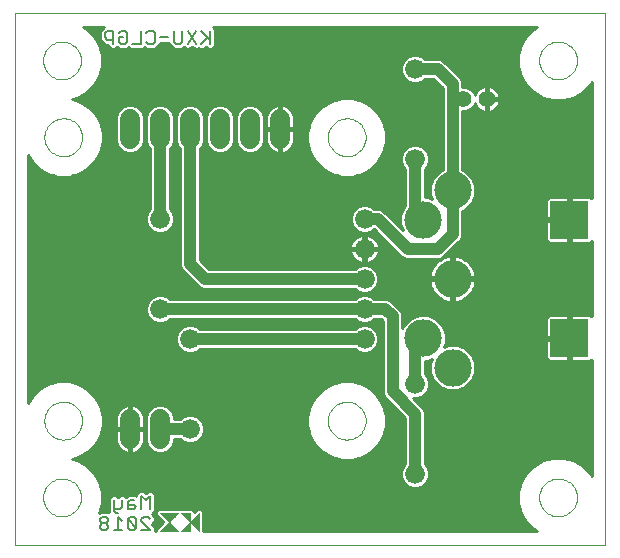
<source format=gbl>
G75*
G70*
%OFA0B0*%
%FSLAX24Y24*%
%IPPOS*%
%LPD*%
%AMOC8*
5,1,8,0,0,1.08239X$1,22.5*
%
%ADD10C,0.0000*%
%ADD11C,0.0080*%
%ADD12C,0.0660*%
%ADD13C,0.1250*%
%ADD14R,0.1250X0.1250*%
%ADD15C,0.0560*%
%ADD16C,0.0660*%
%ADD17C,0.0400*%
%ADD18C,0.0100*%
%ADD19C,0.0020*%
D10*
X000105Y000102D02*
X000105Y017818D01*
X019790Y017818D01*
X019790Y000102D01*
X000105Y000102D01*
X001050Y001677D02*
X001052Y001727D01*
X001058Y001777D01*
X001068Y001826D01*
X001082Y001874D01*
X001099Y001921D01*
X001120Y001966D01*
X001145Y002010D01*
X001173Y002051D01*
X001205Y002090D01*
X001239Y002127D01*
X001276Y002161D01*
X001316Y002191D01*
X001358Y002218D01*
X001402Y002242D01*
X001448Y002263D01*
X001495Y002279D01*
X001543Y002292D01*
X001593Y002301D01*
X001642Y002306D01*
X001693Y002307D01*
X001743Y002304D01*
X001792Y002297D01*
X001841Y002286D01*
X001889Y002271D01*
X001935Y002253D01*
X001980Y002231D01*
X002023Y002205D01*
X002064Y002176D01*
X002103Y002144D01*
X002139Y002109D01*
X002171Y002071D01*
X002201Y002031D01*
X002228Y001988D01*
X002251Y001944D01*
X002270Y001898D01*
X002286Y001850D01*
X002298Y001801D01*
X002306Y001752D01*
X002310Y001702D01*
X002310Y001652D01*
X002306Y001602D01*
X002298Y001553D01*
X002286Y001504D01*
X002270Y001456D01*
X002251Y001410D01*
X002228Y001366D01*
X002201Y001323D01*
X002171Y001283D01*
X002139Y001245D01*
X002103Y001210D01*
X002064Y001178D01*
X002023Y001149D01*
X001980Y001123D01*
X001935Y001101D01*
X001889Y001083D01*
X001841Y001068D01*
X001792Y001057D01*
X001743Y001050D01*
X001693Y001047D01*
X001642Y001048D01*
X001593Y001053D01*
X001543Y001062D01*
X001495Y001075D01*
X001448Y001091D01*
X001402Y001112D01*
X001358Y001136D01*
X001316Y001163D01*
X001276Y001193D01*
X001239Y001227D01*
X001205Y001264D01*
X001173Y001303D01*
X001145Y001344D01*
X001120Y001388D01*
X001099Y001433D01*
X001082Y001480D01*
X001068Y001528D01*
X001058Y001577D01*
X001052Y001627D01*
X001050Y001677D01*
X001093Y004236D02*
X001095Y004286D01*
X001101Y004336D01*
X001111Y004385D01*
X001125Y004433D01*
X001142Y004480D01*
X001163Y004525D01*
X001188Y004569D01*
X001216Y004610D01*
X001248Y004649D01*
X001282Y004686D01*
X001319Y004720D01*
X001359Y004750D01*
X001401Y004777D01*
X001445Y004801D01*
X001491Y004822D01*
X001538Y004838D01*
X001586Y004851D01*
X001636Y004860D01*
X001685Y004865D01*
X001736Y004866D01*
X001786Y004863D01*
X001835Y004856D01*
X001884Y004845D01*
X001932Y004830D01*
X001978Y004812D01*
X002023Y004790D01*
X002066Y004764D01*
X002107Y004735D01*
X002146Y004703D01*
X002182Y004668D01*
X002214Y004630D01*
X002244Y004590D01*
X002271Y004547D01*
X002294Y004503D01*
X002313Y004457D01*
X002329Y004409D01*
X002341Y004360D01*
X002349Y004311D01*
X002353Y004261D01*
X002353Y004211D01*
X002349Y004161D01*
X002341Y004112D01*
X002329Y004063D01*
X002313Y004015D01*
X002294Y003969D01*
X002271Y003925D01*
X002244Y003882D01*
X002214Y003842D01*
X002182Y003804D01*
X002146Y003769D01*
X002107Y003737D01*
X002066Y003708D01*
X002023Y003682D01*
X001978Y003660D01*
X001932Y003642D01*
X001884Y003627D01*
X001835Y003616D01*
X001786Y003609D01*
X001736Y003606D01*
X001685Y003607D01*
X001636Y003612D01*
X001586Y003621D01*
X001538Y003634D01*
X001491Y003650D01*
X001445Y003671D01*
X001401Y003695D01*
X001359Y003722D01*
X001319Y003752D01*
X001282Y003786D01*
X001248Y003823D01*
X001216Y003862D01*
X001188Y003903D01*
X001163Y003947D01*
X001142Y003992D01*
X001125Y004039D01*
X001111Y004087D01*
X001101Y004136D01*
X001095Y004186D01*
X001093Y004236D01*
X010542Y004236D02*
X010544Y004286D01*
X010550Y004336D01*
X010560Y004385D01*
X010574Y004433D01*
X010591Y004480D01*
X010612Y004525D01*
X010637Y004569D01*
X010665Y004610D01*
X010697Y004649D01*
X010731Y004686D01*
X010768Y004720D01*
X010808Y004750D01*
X010850Y004777D01*
X010894Y004801D01*
X010940Y004822D01*
X010987Y004838D01*
X011035Y004851D01*
X011085Y004860D01*
X011134Y004865D01*
X011185Y004866D01*
X011235Y004863D01*
X011284Y004856D01*
X011333Y004845D01*
X011381Y004830D01*
X011427Y004812D01*
X011472Y004790D01*
X011515Y004764D01*
X011556Y004735D01*
X011595Y004703D01*
X011631Y004668D01*
X011663Y004630D01*
X011693Y004590D01*
X011720Y004547D01*
X011743Y004503D01*
X011762Y004457D01*
X011778Y004409D01*
X011790Y004360D01*
X011798Y004311D01*
X011802Y004261D01*
X011802Y004211D01*
X011798Y004161D01*
X011790Y004112D01*
X011778Y004063D01*
X011762Y004015D01*
X011743Y003969D01*
X011720Y003925D01*
X011693Y003882D01*
X011663Y003842D01*
X011631Y003804D01*
X011595Y003769D01*
X011556Y003737D01*
X011515Y003708D01*
X011472Y003682D01*
X011427Y003660D01*
X011381Y003642D01*
X011333Y003627D01*
X011284Y003616D01*
X011235Y003609D01*
X011185Y003606D01*
X011134Y003607D01*
X011085Y003612D01*
X011035Y003621D01*
X010987Y003634D01*
X010940Y003650D01*
X010894Y003671D01*
X010850Y003695D01*
X010808Y003722D01*
X010768Y003752D01*
X010731Y003786D01*
X010697Y003823D01*
X010665Y003862D01*
X010637Y003903D01*
X010612Y003947D01*
X010591Y003992D01*
X010574Y004039D01*
X010560Y004087D01*
X010550Y004136D01*
X010544Y004186D01*
X010542Y004236D01*
X017585Y001677D02*
X017587Y001727D01*
X017593Y001777D01*
X017603Y001826D01*
X017617Y001874D01*
X017634Y001921D01*
X017655Y001966D01*
X017680Y002010D01*
X017708Y002051D01*
X017740Y002090D01*
X017774Y002127D01*
X017811Y002161D01*
X017851Y002191D01*
X017893Y002218D01*
X017937Y002242D01*
X017983Y002263D01*
X018030Y002279D01*
X018078Y002292D01*
X018128Y002301D01*
X018177Y002306D01*
X018228Y002307D01*
X018278Y002304D01*
X018327Y002297D01*
X018376Y002286D01*
X018424Y002271D01*
X018470Y002253D01*
X018515Y002231D01*
X018558Y002205D01*
X018599Y002176D01*
X018638Y002144D01*
X018674Y002109D01*
X018706Y002071D01*
X018736Y002031D01*
X018763Y001988D01*
X018786Y001944D01*
X018805Y001898D01*
X018821Y001850D01*
X018833Y001801D01*
X018841Y001752D01*
X018845Y001702D01*
X018845Y001652D01*
X018841Y001602D01*
X018833Y001553D01*
X018821Y001504D01*
X018805Y001456D01*
X018786Y001410D01*
X018763Y001366D01*
X018736Y001323D01*
X018706Y001283D01*
X018674Y001245D01*
X018638Y001210D01*
X018599Y001178D01*
X018558Y001149D01*
X018515Y001123D01*
X018470Y001101D01*
X018424Y001083D01*
X018376Y001068D01*
X018327Y001057D01*
X018278Y001050D01*
X018228Y001047D01*
X018177Y001048D01*
X018128Y001053D01*
X018078Y001062D01*
X018030Y001075D01*
X017983Y001091D01*
X017937Y001112D01*
X017893Y001136D01*
X017851Y001163D01*
X017811Y001193D01*
X017774Y001227D01*
X017740Y001264D01*
X017708Y001303D01*
X017680Y001344D01*
X017655Y001388D01*
X017634Y001433D01*
X017617Y001480D01*
X017603Y001528D01*
X017593Y001577D01*
X017587Y001627D01*
X017585Y001677D01*
X010542Y013684D02*
X010544Y013734D01*
X010550Y013784D01*
X010560Y013833D01*
X010574Y013881D01*
X010591Y013928D01*
X010612Y013973D01*
X010637Y014017D01*
X010665Y014058D01*
X010697Y014097D01*
X010731Y014134D01*
X010768Y014168D01*
X010808Y014198D01*
X010850Y014225D01*
X010894Y014249D01*
X010940Y014270D01*
X010987Y014286D01*
X011035Y014299D01*
X011085Y014308D01*
X011134Y014313D01*
X011185Y014314D01*
X011235Y014311D01*
X011284Y014304D01*
X011333Y014293D01*
X011381Y014278D01*
X011427Y014260D01*
X011472Y014238D01*
X011515Y014212D01*
X011556Y014183D01*
X011595Y014151D01*
X011631Y014116D01*
X011663Y014078D01*
X011693Y014038D01*
X011720Y013995D01*
X011743Y013951D01*
X011762Y013905D01*
X011778Y013857D01*
X011790Y013808D01*
X011798Y013759D01*
X011802Y013709D01*
X011802Y013659D01*
X011798Y013609D01*
X011790Y013560D01*
X011778Y013511D01*
X011762Y013463D01*
X011743Y013417D01*
X011720Y013373D01*
X011693Y013330D01*
X011663Y013290D01*
X011631Y013252D01*
X011595Y013217D01*
X011556Y013185D01*
X011515Y013156D01*
X011472Y013130D01*
X011427Y013108D01*
X011381Y013090D01*
X011333Y013075D01*
X011284Y013064D01*
X011235Y013057D01*
X011185Y013054D01*
X011134Y013055D01*
X011085Y013060D01*
X011035Y013069D01*
X010987Y013082D01*
X010940Y013098D01*
X010894Y013119D01*
X010850Y013143D01*
X010808Y013170D01*
X010768Y013200D01*
X010731Y013234D01*
X010697Y013271D01*
X010665Y013310D01*
X010637Y013351D01*
X010612Y013395D01*
X010591Y013440D01*
X010574Y013487D01*
X010560Y013535D01*
X010550Y013584D01*
X010544Y013634D01*
X010542Y013684D01*
X017585Y016243D02*
X017587Y016293D01*
X017593Y016343D01*
X017603Y016392D01*
X017617Y016440D01*
X017634Y016487D01*
X017655Y016532D01*
X017680Y016576D01*
X017708Y016617D01*
X017740Y016656D01*
X017774Y016693D01*
X017811Y016727D01*
X017851Y016757D01*
X017893Y016784D01*
X017937Y016808D01*
X017983Y016829D01*
X018030Y016845D01*
X018078Y016858D01*
X018128Y016867D01*
X018177Y016872D01*
X018228Y016873D01*
X018278Y016870D01*
X018327Y016863D01*
X018376Y016852D01*
X018424Y016837D01*
X018470Y016819D01*
X018515Y016797D01*
X018558Y016771D01*
X018599Y016742D01*
X018638Y016710D01*
X018674Y016675D01*
X018706Y016637D01*
X018736Y016597D01*
X018763Y016554D01*
X018786Y016510D01*
X018805Y016464D01*
X018821Y016416D01*
X018833Y016367D01*
X018841Y016318D01*
X018845Y016268D01*
X018845Y016218D01*
X018841Y016168D01*
X018833Y016119D01*
X018821Y016070D01*
X018805Y016022D01*
X018786Y015976D01*
X018763Y015932D01*
X018736Y015889D01*
X018706Y015849D01*
X018674Y015811D01*
X018638Y015776D01*
X018599Y015744D01*
X018558Y015715D01*
X018515Y015689D01*
X018470Y015667D01*
X018424Y015649D01*
X018376Y015634D01*
X018327Y015623D01*
X018278Y015616D01*
X018228Y015613D01*
X018177Y015614D01*
X018128Y015619D01*
X018078Y015628D01*
X018030Y015641D01*
X017983Y015657D01*
X017937Y015678D01*
X017893Y015702D01*
X017851Y015729D01*
X017811Y015759D01*
X017774Y015793D01*
X017740Y015830D01*
X017708Y015869D01*
X017680Y015910D01*
X017655Y015954D01*
X017634Y015999D01*
X017617Y016046D01*
X017603Y016094D01*
X017593Y016143D01*
X017587Y016193D01*
X017585Y016243D01*
X001050Y016243D02*
X001052Y016293D01*
X001058Y016343D01*
X001068Y016392D01*
X001082Y016440D01*
X001099Y016487D01*
X001120Y016532D01*
X001145Y016576D01*
X001173Y016617D01*
X001205Y016656D01*
X001239Y016693D01*
X001276Y016727D01*
X001316Y016757D01*
X001358Y016784D01*
X001402Y016808D01*
X001448Y016829D01*
X001495Y016845D01*
X001543Y016858D01*
X001593Y016867D01*
X001642Y016872D01*
X001693Y016873D01*
X001743Y016870D01*
X001792Y016863D01*
X001841Y016852D01*
X001889Y016837D01*
X001935Y016819D01*
X001980Y016797D01*
X002023Y016771D01*
X002064Y016742D01*
X002103Y016710D01*
X002139Y016675D01*
X002171Y016637D01*
X002201Y016597D01*
X002228Y016554D01*
X002251Y016510D01*
X002270Y016464D01*
X002286Y016416D01*
X002298Y016367D01*
X002306Y016318D01*
X002310Y016268D01*
X002310Y016218D01*
X002306Y016168D01*
X002298Y016119D01*
X002286Y016070D01*
X002270Y016022D01*
X002251Y015976D01*
X002228Y015932D01*
X002201Y015889D01*
X002171Y015849D01*
X002139Y015811D01*
X002103Y015776D01*
X002064Y015744D01*
X002023Y015715D01*
X001980Y015689D01*
X001935Y015667D01*
X001889Y015649D01*
X001841Y015634D01*
X001792Y015623D01*
X001743Y015616D01*
X001693Y015613D01*
X001642Y015614D01*
X001593Y015619D01*
X001543Y015628D01*
X001495Y015641D01*
X001448Y015657D01*
X001402Y015678D01*
X001358Y015702D01*
X001316Y015729D01*
X001276Y015759D01*
X001239Y015793D01*
X001205Y015830D01*
X001173Y015869D01*
X001145Y015910D01*
X001120Y015954D01*
X001099Y015999D01*
X001082Y016046D01*
X001068Y016094D01*
X001058Y016143D01*
X001052Y016193D01*
X001050Y016243D01*
X001093Y013684D02*
X001095Y013734D01*
X001101Y013784D01*
X001111Y013833D01*
X001125Y013881D01*
X001142Y013928D01*
X001163Y013973D01*
X001188Y014017D01*
X001216Y014058D01*
X001248Y014097D01*
X001282Y014134D01*
X001319Y014168D01*
X001359Y014198D01*
X001401Y014225D01*
X001445Y014249D01*
X001491Y014270D01*
X001538Y014286D01*
X001586Y014299D01*
X001636Y014308D01*
X001685Y014313D01*
X001736Y014314D01*
X001786Y014311D01*
X001835Y014304D01*
X001884Y014293D01*
X001932Y014278D01*
X001978Y014260D01*
X002023Y014238D01*
X002066Y014212D01*
X002107Y014183D01*
X002146Y014151D01*
X002182Y014116D01*
X002214Y014078D01*
X002244Y014038D01*
X002271Y013995D01*
X002294Y013951D01*
X002313Y013905D01*
X002329Y013857D01*
X002341Y013808D01*
X002349Y013759D01*
X002353Y013709D01*
X002353Y013659D01*
X002349Y013609D01*
X002341Y013560D01*
X002329Y013511D01*
X002313Y013463D01*
X002294Y013417D01*
X002271Y013373D01*
X002244Y013330D01*
X002214Y013290D01*
X002182Y013252D01*
X002146Y013217D01*
X002107Y013185D01*
X002066Y013156D01*
X002023Y013130D01*
X001978Y013108D01*
X001932Y013090D01*
X001884Y013075D01*
X001835Y013064D01*
X001786Y013057D01*
X001736Y013054D01*
X001685Y013055D01*
X001636Y013060D01*
X001586Y013069D01*
X001538Y013082D01*
X001491Y013098D01*
X001445Y013119D01*
X001401Y013143D01*
X001359Y013170D01*
X001319Y013200D01*
X001282Y013234D01*
X001248Y013271D01*
X001216Y013310D01*
X001188Y013351D01*
X001163Y013395D01*
X001142Y013440D01*
X001125Y013487D01*
X001111Y013535D01*
X001101Y013584D01*
X001095Y013634D01*
X001093Y013684D01*
D11*
X003385Y016800D02*
X003385Y017220D01*
X003175Y017220D01*
X003105Y017150D01*
X003105Y017010D01*
X003175Y016940D01*
X003385Y016940D01*
X003565Y016870D02*
X003565Y017010D01*
X003705Y017010D01*
X003565Y016870D02*
X003635Y016800D01*
X003776Y016800D01*
X003846Y016870D01*
X003846Y017150D01*
X003776Y017220D01*
X003635Y017220D01*
X003565Y017150D01*
X004026Y016800D02*
X004306Y016800D01*
X004306Y017220D01*
X004486Y017150D02*
X004556Y017220D01*
X004696Y017220D01*
X004766Y017150D01*
X004766Y016870D01*
X004696Y016800D01*
X004556Y016800D01*
X004486Y016870D01*
X004946Y017010D02*
X005227Y017010D01*
X005407Y016870D02*
X005407Y017220D01*
X005687Y017220D02*
X005687Y016870D01*
X005617Y016800D01*
X005477Y016800D01*
X005407Y016870D01*
X005867Y016800D02*
X006147Y017220D01*
X006327Y017220D02*
X006608Y016940D01*
X006538Y017010D02*
X006327Y016800D01*
X006147Y016800D02*
X005867Y017220D01*
X006608Y017220D02*
X006608Y016800D01*
X004608Y001720D02*
X004468Y001580D01*
X004327Y001720D01*
X004327Y001300D01*
X004147Y001370D02*
X004077Y001440D01*
X003867Y001440D01*
X003867Y001510D02*
X003867Y001300D01*
X004077Y001300D01*
X004147Y001370D01*
X004077Y001580D02*
X003937Y001580D01*
X003867Y001510D01*
X003687Y001580D02*
X003687Y001370D01*
X003617Y001300D01*
X003407Y001300D01*
X003407Y001230D02*
X003477Y001160D01*
X003547Y001160D01*
X003547Y001020D02*
X003547Y000600D01*
X003687Y000600D02*
X003407Y000600D01*
X003227Y000670D02*
X003227Y000740D01*
X003157Y000810D01*
X003016Y000810D01*
X002946Y000740D01*
X002946Y000670D01*
X003016Y000600D01*
X003157Y000600D01*
X003227Y000670D01*
X003157Y000810D02*
X003227Y000880D01*
X003227Y000950D01*
X003157Y001020D01*
X003016Y001020D01*
X002946Y000950D01*
X002946Y000880D01*
X003016Y000810D01*
X003547Y001020D02*
X003687Y000880D01*
X003867Y000950D02*
X003867Y000670D01*
X003937Y000600D01*
X004077Y000600D01*
X004147Y000670D01*
X003867Y000950D01*
X003937Y001020D01*
X004077Y001020D01*
X004147Y000950D01*
X004147Y000670D01*
X004327Y000600D02*
X004608Y000600D01*
X004327Y000880D01*
X004327Y000950D01*
X004398Y001020D01*
X004538Y001020D01*
X004608Y000950D01*
X004608Y001300D02*
X004608Y001720D01*
X003407Y001580D02*
X003407Y001230D01*
D12*
X005948Y003960D03*
X005948Y006960D03*
X004948Y007960D03*
X004948Y010960D03*
X011763Y010960D03*
X011763Y009960D03*
X011763Y008960D03*
X011763Y007960D03*
X011763Y006960D03*
X013448Y005460D03*
X013448Y002460D03*
X013448Y012960D03*
X013448Y015960D03*
D13*
X014698Y011913D03*
X013713Y010929D03*
X014698Y008960D03*
X013713Y006991D03*
X014698Y006007D03*
D14*
X018595Y006991D03*
X018595Y010929D03*
D15*
X015841Y014960D03*
X015054Y014960D03*
D16*
X008948Y014290D02*
X008948Y013630D01*
X007948Y013630D02*
X007948Y014290D01*
X006948Y014290D02*
X006948Y013630D01*
X005948Y013630D02*
X005948Y014290D01*
X004948Y014290D02*
X004948Y013630D01*
X003948Y013630D02*
X003948Y014290D01*
X003948Y004290D02*
X003948Y003630D01*
X004948Y003630D02*
X004948Y004290D01*
D17*
X004948Y003960D02*
X005948Y003960D01*
X005948Y006960D02*
X011763Y006960D01*
X012698Y007710D02*
X012698Y005210D01*
X013448Y004460D01*
X013448Y002460D01*
X013448Y005460D02*
X013448Y006726D01*
X013713Y006991D01*
X012698Y007710D02*
X012448Y007960D01*
X011763Y007960D01*
X004948Y007960D01*
X005948Y009460D02*
X006448Y008960D01*
X011763Y008960D01*
X013198Y009960D02*
X014198Y009960D01*
X014698Y010460D01*
X014698Y011913D01*
X014698Y014960D01*
X015054Y014960D01*
X014698Y014960D02*
X014698Y015460D01*
X014198Y015960D01*
X013448Y015960D01*
X013448Y012960D02*
X013448Y011194D01*
X013713Y010929D01*
X013198Y009960D02*
X012198Y010960D01*
X011763Y010960D01*
X005948Y009460D02*
X005948Y013960D01*
X004948Y013960D02*
X004948Y010960D01*
D18*
X004618Y011280D02*
X004558Y011221D01*
X004488Y011051D01*
X004488Y010868D01*
X004558Y010699D01*
X004687Y010570D01*
X004856Y010500D01*
X005039Y010500D01*
X005208Y010570D01*
X005338Y010699D01*
X005408Y010868D01*
X005408Y011051D01*
X005338Y011221D01*
X005278Y011280D01*
X005278Y013309D01*
X005338Y013369D01*
X005408Y013538D01*
X005408Y014381D01*
X005338Y014551D01*
X005208Y014680D01*
X005039Y014750D01*
X004856Y014750D01*
X004687Y014680D01*
X004558Y014551D01*
X004488Y014381D01*
X004488Y013538D01*
X004558Y013369D01*
X004618Y013309D01*
X004618Y011280D01*
X004618Y011325D02*
X000555Y011325D01*
X000555Y011226D02*
X004564Y011226D01*
X004519Y011128D02*
X000555Y011128D01*
X000555Y011029D02*
X004488Y011029D01*
X004488Y010931D02*
X000555Y010931D01*
X000555Y010832D02*
X004503Y010832D01*
X004544Y010734D02*
X000555Y010734D01*
X000555Y010635D02*
X004622Y010635D01*
X004768Y010537D02*
X000555Y010537D01*
X000555Y010438D02*
X005618Y010438D01*
X005618Y010340D02*
X000555Y010340D01*
X000555Y010241D02*
X005618Y010241D01*
X005618Y010143D02*
X000555Y010143D01*
X000555Y010044D02*
X005618Y010044D01*
X005618Y009945D02*
X000555Y009945D01*
X000555Y009847D02*
X005618Y009847D01*
X005618Y009748D02*
X000555Y009748D01*
X000555Y009650D02*
X005618Y009650D01*
X005618Y009551D02*
X000555Y009551D01*
X000555Y009453D02*
X005618Y009453D01*
X005618Y009394D02*
X005668Y009273D01*
X005761Y009180D01*
X006168Y008773D01*
X006261Y008680D01*
X006382Y008630D01*
X011442Y008630D01*
X011502Y008570D01*
X011671Y008500D01*
X011854Y008500D01*
X012023Y008570D01*
X012153Y008699D01*
X012223Y008868D01*
X012223Y009051D01*
X012153Y009221D01*
X012023Y009350D01*
X011854Y009420D01*
X011671Y009420D01*
X011502Y009350D01*
X011442Y009290D01*
X006584Y009290D01*
X006278Y009597D01*
X006278Y013309D01*
X006338Y013369D01*
X006408Y013538D01*
X006408Y014381D01*
X006338Y014551D01*
X006208Y014680D01*
X006039Y014750D01*
X005856Y014750D01*
X005687Y014680D01*
X005558Y014551D01*
X005488Y014381D01*
X005488Y013538D01*
X005558Y013369D01*
X005618Y013309D01*
X005618Y009394D01*
X005634Y009354D02*
X000555Y009354D01*
X000555Y009256D02*
X005685Y009256D01*
X005761Y009180D02*
X005761Y009180D01*
X005784Y009157D02*
X000555Y009157D01*
X000555Y009059D02*
X005883Y009059D01*
X005981Y008960D02*
X000555Y008960D01*
X000555Y008861D02*
X006080Y008861D01*
X006168Y008773D02*
X006168Y008773D01*
X006178Y008763D02*
X000555Y008763D01*
X000555Y008664D02*
X006299Y008664D01*
X006520Y009354D02*
X011512Y009354D01*
X011578Y009515D02*
X011650Y009492D01*
X011724Y009480D01*
X011724Y009921D01*
X011801Y009921D01*
X011801Y009480D01*
X011875Y009492D01*
X011947Y009515D01*
X012014Y009549D01*
X012075Y009594D01*
X012129Y009647D01*
X012173Y009708D01*
X012207Y009776D01*
X012231Y009848D01*
X012242Y009921D01*
X011801Y009921D01*
X011801Y009999D01*
X011724Y009999D01*
X011724Y010440D01*
X011650Y010428D01*
X011578Y010405D01*
X011511Y010371D01*
X011450Y010326D01*
X011397Y010273D01*
X011352Y010212D01*
X011318Y010144D01*
X011294Y010072D01*
X011283Y009999D01*
X011724Y009999D01*
X011724Y009921D01*
X011283Y009921D01*
X011294Y009848D01*
X011318Y009776D01*
X011352Y009708D01*
X011397Y009647D01*
X011450Y009594D01*
X011511Y009549D01*
X011578Y009515D01*
X011509Y009551D02*
X006323Y009551D01*
X006278Y009650D02*
X011395Y009650D01*
X011332Y009748D02*
X006278Y009748D01*
X006278Y009847D02*
X011295Y009847D01*
X011290Y010044D02*
X006278Y010044D01*
X006278Y010143D02*
X011317Y010143D01*
X011374Y010241D02*
X006278Y010241D01*
X006278Y010340D02*
X011469Y010340D01*
X011583Y010537D02*
X006278Y010537D01*
X006278Y010635D02*
X011437Y010635D01*
X011373Y010699D02*
X011303Y010868D01*
X011303Y011051D01*
X011373Y011221D01*
X011502Y011350D01*
X011671Y011420D01*
X011854Y011420D01*
X012023Y011350D01*
X012083Y011290D01*
X012132Y011290D01*
X012263Y011290D01*
X012385Y011240D01*
X013038Y010586D01*
X012958Y010778D01*
X012958Y011079D01*
X013073Y011356D01*
X013118Y011400D01*
X013118Y012639D01*
X013058Y012699D01*
X012988Y012868D01*
X012988Y013051D01*
X013058Y013221D01*
X013187Y013350D01*
X013356Y013420D01*
X013539Y013420D01*
X013708Y013350D01*
X013838Y013221D01*
X013908Y013051D01*
X013908Y012868D01*
X013838Y012699D01*
X013778Y012639D01*
X013778Y011683D01*
X013864Y011683D01*
X013999Y011628D01*
X013943Y011763D01*
X013943Y012063D01*
X014058Y012340D01*
X014270Y012553D01*
X014368Y012593D01*
X014368Y015026D01*
X014368Y015323D01*
X014061Y015630D01*
X013768Y015630D01*
X013708Y015570D01*
X013539Y015500D01*
X013356Y015500D01*
X013187Y015570D01*
X013058Y015699D01*
X012988Y015868D01*
X012988Y016051D01*
X013058Y016221D01*
X013187Y016350D01*
X013356Y016420D01*
X013539Y016420D01*
X013708Y016350D01*
X013768Y016290D01*
X014132Y016290D01*
X014263Y016290D01*
X014385Y016240D01*
X014977Y015647D01*
X015028Y015526D01*
X015028Y015394D01*
X015028Y015370D01*
X015136Y015370D01*
X015286Y015308D01*
X015402Y015192D01*
X015437Y015107D01*
X015443Y015125D01*
X015474Y015185D01*
X015513Y015240D01*
X015561Y015288D01*
X015616Y015328D01*
X015676Y015358D01*
X015741Y015379D01*
X015808Y015390D01*
X015813Y015390D01*
X015813Y014989D01*
X015870Y014989D01*
X015870Y015390D01*
X015875Y015390D01*
X015942Y015379D01*
X016006Y015358D01*
X016067Y015328D01*
X016122Y015288D01*
X016169Y015240D01*
X016209Y015185D01*
X016240Y015125D01*
X016261Y015061D01*
X016271Y014994D01*
X016271Y014989D01*
X015870Y014989D01*
X015870Y014931D01*
X015870Y014530D01*
X015875Y014530D01*
X015942Y014541D01*
X016006Y014561D01*
X016067Y014592D01*
X016122Y014632D01*
X016169Y014680D01*
X016209Y014735D01*
X016240Y014795D01*
X016261Y014859D01*
X016271Y014926D01*
X016271Y014931D01*
X015870Y014931D01*
X015813Y014931D01*
X015813Y014530D01*
X015808Y014530D01*
X015741Y014541D01*
X015676Y014561D01*
X015616Y014592D01*
X015561Y014632D01*
X015513Y014680D01*
X015474Y014735D01*
X015443Y014795D01*
X015437Y014813D01*
X015402Y014728D01*
X015286Y014612D01*
X015136Y014550D01*
X015028Y014550D01*
X015028Y012593D01*
X015125Y012553D01*
X015338Y012340D01*
X015453Y012063D01*
X015453Y011763D01*
X015338Y011485D01*
X015125Y011273D01*
X015028Y011232D01*
X015028Y010394D01*
X014977Y010273D01*
X014885Y010180D01*
X014385Y009680D01*
X014263Y009630D01*
X014132Y009630D01*
X013132Y009630D01*
X013011Y009680D01*
X012918Y009773D01*
X012072Y010619D01*
X012023Y010570D01*
X011854Y010500D01*
X011671Y010500D01*
X011502Y010570D01*
X011373Y010699D01*
X011358Y010734D02*
X006278Y010734D01*
X006278Y010832D02*
X011318Y010832D01*
X011303Y010931D02*
X006278Y010931D01*
X006278Y011029D02*
X011303Y011029D01*
X011334Y011128D02*
X006278Y011128D01*
X006278Y011226D02*
X011379Y011226D01*
X011477Y011325D02*
X006278Y011325D01*
X006278Y011424D02*
X013118Y011424D01*
X013118Y011522D02*
X006278Y011522D01*
X006278Y011621D02*
X013118Y011621D01*
X013118Y011719D02*
X006278Y011719D01*
X006278Y011818D02*
X013118Y011818D01*
X013118Y011916D02*
X006278Y011916D01*
X006278Y012015D02*
X013118Y012015D01*
X013118Y012113D02*
X006278Y012113D01*
X006278Y012212D02*
X013118Y012212D01*
X013118Y012310D02*
X006278Y012310D01*
X006278Y012409D02*
X010871Y012409D01*
X011000Y012375D02*
X011345Y012375D01*
X011678Y012464D01*
X011976Y012636D01*
X012220Y012880D01*
X012393Y013179D01*
X012482Y013512D01*
X012482Y013857D01*
X012393Y014190D01*
X012220Y014489D01*
X011976Y014733D01*
X011678Y014905D01*
X011345Y014994D01*
X011000Y014994D01*
X010667Y014905D01*
X010368Y014733D01*
X010124Y014489D01*
X009952Y014190D01*
X009862Y013857D01*
X009862Y013512D01*
X009952Y013179D01*
X010124Y012880D01*
X010368Y012636D01*
X010667Y012464D01*
X011000Y012375D01*
X010591Y012508D02*
X006278Y012508D01*
X006278Y012606D02*
X010420Y012606D01*
X010299Y012705D02*
X006278Y012705D01*
X006278Y012803D02*
X010201Y012803D01*
X010111Y012902D02*
X006278Y012902D01*
X006278Y013000D02*
X010055Y013000D01*
X009998Y013099D02*
X006278Y013099D01*
X006278Y013197D02*
X006790Y013197D01*
X006856Y013170D02*
X006687Y013240D01*
X006558Y013369D01*
X006488Y013538D01*
X006488Y014381D01*
X006558Y014551D01*
X006687Y014680D01*
X006856Y014750D01*
X007039Y014750D01*
X007208Y014680D01*
X007338Y014551D01*
X007408Y014381D01*
X007408Y013538D01*
X007338Y013369D01*
X007208Y013240D01*
X007039Y013170D01*
X006856Y013170D01*
X007105Y013197D02*
X007790Y013197D01*
X007856Y013170D02*
X007687Y013240D01*
X007558Y013369D01*
X007488Y013538D01*
X007488Y014381D01*
X007558Y014551D01*
X007687Y014680D01*
X007856Y014750D01*
X008039Y014750D01*
X008208Y014680D01*
X008338Y014551D01*
X008408Y014381D01*
X008408Y013538D01*
X008338Y013369D01*
X008208Y013240D01*
X008039Y013170D01*
X007856Y013170D01*
X008105Y013197D02*
X008739Y013197D01*
X008763Y013185D02*
X008835Y013162D01*
X008909Y013150D01*
X008909Y013921D01*
X008986Y013921D01*
X008986Y013150D01*
X009060Y013162D01*
X009132Y013185D01*
X009199Y013219D01*
X009260Y013264D01*
X009314Y013317D01*
X009358Y013378D01*
X009393Y013446D01*
X009416Y013518D01*
X009428Y013592D01*
X009428Y013921D01*
X008987Y013921D01*
X008987Y013999D01*
X009428Y013999D01*
X009428Y014328D01*
X009416Y014402D01*
X009393Y014474D01*
X009358Y014542D01*
X009314Y014603D01*
X009260Y014656D01*
X009199Y014701D01*
X009132Y014735D01*
X009060Y014758D01*
X008986Y014770D01*
X008986Y013999D01*
X008909Y013999D01*
X008909Y014770D01*
X008835Y014758D01*
X008763Y014735D01*
X008696Y014701D01*
X008635Y014656D01*
X008582Y014603D01*
X008537Y014542D01*
X008503Y014474D01*
X008480Y014402D01*
X008468Y014328D01*
X008468Y013999D01*
X008909Y013999D01*
X008909Y013921D01*
X008468Y013921D01*
X008468Y013592D01*
X008480Y013518D01*
X008503Y013446D01*
X008537Y013378D01*
X008582Y013317D01*
X008635Y013264D01*
X008696Y013219D01*
X008763Y013185D01*
X008909Y013197D02*
X008986Y013197D01*
X008986Y013296D02*
X008909Y013296D01*
X008909Y013394D02*
X008986Y013394D01*
X008986Y013493D02*
X008909Y013493D01*
X008909Y013592D02*
X008986Y013592D01*
X008986Y013690D02*
X008909Y013690D01*
X008909Y013789D02*
X008986Y013789D01*
X008986Y013887D02*
X008909Y013887D01*
X008909Y013986D02*
X008408Y013986D01*
X008408Y014084D02*
X008468Y014084D01*
X008468Y014183D02*
X008408Y014183D01*
X008408Y014281D02*
X008468Y014281D01*
X008476Y014380D02*
X008408Y014380D01*
X008368Y014478D02*
X008505Y014478D01*
X008563Y014577D02*
X008311Y014577D01*
X008213Y014676D02*
X008662Y014676D01*
X008909Y014676D02*
X008986Y014676D01*
X008986Y014577D02*
X008909Y014577D01*
X008909Y014478D02*
X008986Y014478D01*
X008986Y014380D02*
X008909Y014380D01*
X008909Y014281D02*
X008986Y014281D01*
X008986Y014183D02*
X008909Y014183D01*
X008909Y014084D02*
X008986Y014084D01*
X008987Y013986D02*
X009897Y013986D01*
X009923Y014084D02*
X009428Y014084D01*
X009428Y014183D02*
X009950Y014183D01*
X010004Y014281D02*
X009428Y014281D01*
X009419Y014380D02*
X010061Y014380D01*
X010118Y014478D02*
X009390Y014478D01*
X009333Y014577D02*
X010212Y014577D01*
X010311Y014676D02*
X009234Y014676D01*
X009428Y013887D02*
X009870Y013887D01*
X009862Y013789D02*
X009428Y013789D01*
X009428Y013690D02*
X009862Y013690D01*
X009862Y013592D02*
X009428Y013592D01*
X009408Y013493D02*
X009867Y013493D01*
X009894Y013394D02*
X009366Y013394D01*
X009292Y013296D02*
X009920Y013296D01*
X009947Y013197D02*
X009156Y013197D01*
X008603Y013296D02*
X008264Y013296D01*
X008348Y013394D02*
X008529Y013394D01*
X008487Y013493D02*
X008389Y013493D01*
X008408Y013592D02*
X008468Y013592D01*
X008468Y013690D02*
X008408Y013690D01*
X008408Y013789D02*
X008468Y013789D01*
X008468Y013887D02*
X008408Y013887D01*
X007631Y013296D02*
X007264Y013296D01*
X007348Y013394D02*
X007547Y013394D01*
X007507Y013493D02*
X007389Y013493D01*
X007408Y013592D02*
X007488Y013592D01*
X007488Y013690D02*
X007408Y013690D01*
X007408Y013789D02*
X007488Y013789D01*
X007488Y013887D02*
X007408Y013887D01*
X007408Y013986D02*
X007488Y013986D01*
X007488Y014084D02*
X007408Y014084D01*
X007408Y014183D02*
X007488Y014183D01*
X007488Y014281D02*
X007408Y014281D01*
X007408Y014380D02*
X007488Y014380D01*
X007528Y014478D02*
X007368Y014478D01*
X007311Y014577D02*
X007584Y014577D01*
X007683Y014676D02*
X007213Y014676D01*
X006683Y014676D02*
X006213Y014676D01*
X006311Y014577D02*
X006584Y014577D01*
X006528Y014478D02*
X006368Y014478D01*
X006408Y014380D02*
X006488Y014380D01*
X006488Y014281D02*
X006408Y014281D01*
X006408Y014183D02*
X006488Y014183D01*
X006488Y014084D02*
X006408Y014084D01*
X006408Y013986D02*
X006488Y013986D01*
X006488Y013887D02*
X006408Y013887D01*
X006408Y013789D02*
X006488Y013789D01*
X006488Y013690D02*
X006408Y013690D01*
X006408Y013592D02*
X006488Y013592D01*
X006507Y013493D02*
X006389Y013493D01*
X006348Y013394D02*
X006547Y013394D01*
X006631Y013296D02*
X006278Y013296D01*
X005618Y013296D02*
X005278Y013296D01*
X005278Y013197D02*
X005618Y013197D01*
X005618Y013099D02*
X005278Y013099D01*
X005278Y013000D02*
X005618Y013000D01*
X005618Y012902D02*
X005278Y012902D01*
X005278Y012803D02*
X005618Y012803D01*
X005618Y012705D02*
X005278Y012705D01*
X005278Y012606D02*
X005618Y012606D01*
X005618Y012508D02*
X005278Y012508D01*
X005278Y012409D02*
X005618Y012409D01*
X005618Y012310D02*
X005278Y012310D01*
X005278Y012212D02*
X005618Y012212D01*
X005618Y012113D02*
X005278Y012113D01*
X005278Y012015D02*
X005618Y012015D01*
X005618Y011916D02*
X005278Y011916D01*
X005278Y011818D02*
X005618Y011818D01*
X005618Y011719D02*
X005278Y011719D01*
X005278Y011621D02*
X005618Y011621D01*
X005618Y011522D02*
X005278Y011522D01*
X005278Y011424D02*
X005618Y011424D01*
X005618Y011325D02*
X005278Y011325D01*
X005332Y011226D02*
X005618Y011226D01*
X005618Y011128D02*
X005376Y011128D01*
X005408Y011029D02*
X005618Y011029D01*
X005618Y010931D02*
X005408Y010931D01*
X005393Y010832D02*
X005618Y010832D01*
X005618Y010734D02*
X005352Y010734D01*
X005273Y010635D02*
X005618Y010635D01*
X005618Y010537D02*
X005128Y010537D01*
X004618Y011424D02*
X000555Y011424D01*
X000555Y011522D02*
X004618Y011522D01*
X004618Y011621D02*
X000555Y011621D01*
X000555Y011719D02*
X004618Y011719D01*
X004618Y011818D02*
X000555Y011818D01*
X000555Y011916D02*
X004618Y011916D01*
X004618Y012015D02*
X000555Y012015D01*
X000555Y012113D02*
X004618Y012113D01*
X004618Y012212D02*
X000555Y012212D01*
X000555Y012310D02*
X004618Y012310D01*
X004618Y012409D02*
X002024Y012409D01*
X001896Y012375D02*
X002229Y012464D01*
X002528Y012636D01*
X002771Y012880D01*
X002944Y013179D01*
X003033Y013512D01*
X003033Y013857D01*
X002944Y014190D01*
X002771Y014489D01*
X002528Y014733D01*
X002229Y014905D01*
X002025Y014960D01*
X002193Y015005D01*
X002496Y015180D01*
X002744Y015427D01*
X002919Y015730D01*
X003009Y016068D01*
X003009Y016419D01*
X002919Y016757D01*
X002744Y017060D01*
X002496Y017307D01*
X002391Y017368D01*
X003083Y017368D01*
X003035Y017320D01*
X002935Y017221D01*
X002935Y017081D01*
X002935Y017035D01*
X002935Y016940D01*
X003035Y016840D01*
X003102Y016773D01*
X003105Y016770D01*
X003174Y016770D01*
X003215Y016770D01*
X003215Y016730D01*
X003315Y016630D01*
X003456Y016630D01*
X003510Y016685D01*
X003565Y016630D01*
X003636Y016630D01*
X003846Y016630D01*
X003901Y016685D01*
X003955Y016630D01*
X004376Y016630D01*
X004431Y016685D01*
X004486Y016630D01*
X004557Y016630D01*
X004767Y016630D01*
X004866Y016730D01*
X004936Y016800D01*
X004936Y016840D01*
X005237Y016840D01*
X005237Y016800D01*
X005336Y016700D01*
X005336Y016700D01*
X005406Y016630D01*
X005478Y016630D01*
X005687Y016630D01*
X005739Y016681D01*
X005831Y016619D01*
X005969Y016647D01*
X006007Y016704D01*
X006045Y016647D01*
X006183Y016619D01*
X006234Y016653D01*
X006257Y016630D01*
X006398Y016630D01*
X006468Y016700D01*
X006537Y016630D01*
X006678Y016630D01*
X006778Y016730D01*
X006778Y016870D01*
X006778Y017011D01*
X006778Y017291D01*
X006700Y017368D01*
X017505Y017368D01*
X017399Y017307D01*
X017152Y017060D01*
X016976Y016757D01*
X016886Y016419D01*
X016886Y016068D01*
X016976Y015730D01*
X017152Y015427D01*
X017399Y015180D01*
X017702Y015005D01*
X018040Y014914D01*
X018390Y014914D01*
X018729Y015005D01*
X019032Y015180D01*
X019279Y015427D01*
X019340Y015533D01*
X019340Y011646D01*
X019312Y011674D01*
X019278Y011693D01*
X019240Y011703D01*
X018645Y011703D01*
X018645Y010979D01*
X018545Y010979D01*
X018545Y011703D01*
X017951Y011703D01*
X017912Y011693D01*
X017878Y011674D01*
X017850Y011646D01*
X017831Y011611D01*
X017820Y011573D01*
X017820Y010978D01*
X018545Y010978D01*
X018545Y010879D01*
X017820Y010879D01*
X017820Y010284D01*
X017831Y010246D01*
X017850Y010211D01*
X017878Y010183D01*
X017912Y010164D01*
X017951Y010154D01*
X018545Y010154D01*
X018545Y010878D01*
X018645Y010878D01*
X018645Y010154D01*
X019240Y010154D01*
X019278Y010164D01*
X019312Y010183D01*
X019340Y010211D01*
X019340Y007709D01*
X019312Y007736D01*
X019278Y007756D01*
X019240Y007766D01*
X018645Y007766D01*
X018645Y007042D01*
X018545Y007042D01*
X018545Y007766D01*
X017951Y007766D01*
X017912Y007756D01*
X017878Y007736D01*
X017850Y007709D01*
X017831Y007674D01*
X017820Y007636D01*
X017820Y007041D01*
X018545Y007041D01*
X018545Y006941D01*
X018645Y006941D01*
X018645Y006216D01*
X019240Y006216D01*
X019278Y006227D01*
X019312Y006246D01*
X019340Y006274D01*
X019340Y002387D01*
X019279Y002493D01*
X019032Y002740D01*
X018729Y002915D01*
X018390Y003006D01*
X018040Y003006D01*
X017702Y002915D01*
X017399Y002740D01*
X017152Y002493D01*
X016976Y002190D01*
X016886Y001852D01*
X016886Y001501D01*
X016976Y001163D01*
X017152Y000860D01*
X017399Y000613D01*
X017505Y000552D01*
X006388Y000552D01*
X006388Y000618D01*
X006388Y001218D01*
X006306Y001300D01*
X006190Y001300D01*
X006108Y001218D01*
X006088Y001198D01*
X006088Y001218D01*
X006006Y001300D01*
X005590Y001300D01*
X005490Y001300D01*
X004890Y001300D01*
X004808Y001218D01*
X004808Y001102D01*
X004890Y001020D01*
X005050Y000860D01*
X004808Y000618D01*
X004808Y000552D01*
X004778Y000552D01*
X004778Y000670D01*
X004668Y000780D01*
X004678Y000780D01*
X004778Y000880D01*
X004778Y001021D01*
X004708Y001091D01*
X004668Y001130D01*
X004678Y001130D01*
X004778Y001230D01*
X004778Y001650D01*
X004778Y001791D01*
X004678Y001890D01*
X004537Y001890D01*
X004468Y001821D01*
X004398Y001890D01*
X004257Y001890D01*
X004157Y001791D01*
X004157Y001740D01*
X004148Y001750D01*
X004008Y001750D01*
X003867Y001750D01*
X003812Y001695D01*
X003757Y001750D01*
X003617Y001750D01*
X003547Y001680D01*
X003477Y001750D01*
X003336Y001750D01*
X003237Y001651D01*
X003237Y001300D01*
X003237Y001181D01*
X003227Y001190D01*
X003156Y001190D01*
X003086Y001190D01*
X002946Y001190D01*
X002919Y001163D01*
X003009Y001501D01*
X003009Y001852D01*
X002919Y002190D01*
X002744Y002493D01*
X002496Y002740D01*
X002193Y002915D01*
X002025Y002960D01*
X002229Y003015D01*
X002528Y003187D01*
X002771Y003431D01*
X002944Y003730D01*
X003033Y004063D01*
X003033Y004408D01*
X002944Y004741D01*
X002771Y005040D01*
X002528Y005284D01*
X002229Y005456D01*
X001896Y005545D01*
X001551Y005545D01*
X001218Y005456D01*
X000919Y005284D01*
X000675Y005040D01*
X000555Y004832D01*
X000555Y013088D01*
X000675Y012880D01*
X000919Y012636D01*
X001218Y012464D01*
X001551Y012375D01*
X001896Y012375D01*
X002305Y012508D02*
X004618Y012508D01*
X004618Y012606D02*
X002475Y012606D01*
X002596Y012705D02*
X004618Y012705D01*
X004618Y012803D02*
X002694Y012803D01*
X002784Y012902D02*
X004618Y012902D01*
X004618Y013000D02*
X002841Y013000D01*
X002898Y013099D02*
X004618Y013099D01*
X004618Y013197D02*
X004105Y013197D01*
X004039Y013170D02*
X004208Y013240D01*
X004338Y013369D01*
X004408Y013538D01*
X004408Y014381D01*
X004338Y014551D01*
X004208Y014680D01*
X004039Y014750D01*
X003856Y014750D01*
X003687Y014680D01*
X003558Y014551D01*
X003488Y014381D01*
X003488Y013538D01*
X003558Y013369D01*
X003687Y013240D01*
X003856Y013170D01*
X004039Y013170D01*
X004264Y013296D02*
X004618Y013296D01*
X004547Y013394D02*
X004348Y013394D01*
X004389Y013493D02*
X004507Y013493D01*
X004488Y013592D02*
X004408Y013592D01*
X004408Y013690D02*
X004488Y013690D01*
X004488Y013789D02*
X004408Y013789D01*
X004408Y013887D02*
X004488Y013887D01*
X004488Y013986D02*
X004408Y013986D01*
X004408Y014084D02*
X004488Y014084D01*
X004488Y014183D02*
X004408Y014183D01*
X004408Y014281D02*
X004488Y014281D01*
X004488Y014380D02*
X004408Y014380D01*
X004368Y014478D02*
X004528Y014478D01*
X004584Y014577D02*
X004311Y014577D01*
X004213Y014676D02*
X004683Y014676D01*
X005213Y014676D02*
X005683Y014676D01*
X005584Y014577D02*
X005311Y014577D01*
X005368Y014478D02*
X005528Y014478D01*
X005488Y014380D02*
X005408Y014380D01*
X005408Y014281D02*
X005488Y014281D01*
X005488Y014183D02*
X005408Y014183D01*
X005408Y014084D02*
X005488Y014084D01*
X005488Y013986D02*
X005408Y013986D01*
X005408Y013887D02*
X005488Y013887D01*
X005488Y013789D02*
X005408Y013789D01*
X005408Y013690D02*
X005488Y013690D01*
X005488Y013592D02*
X005408Y013592D01*
X005389Y013493D02*
X005507Y013493D01*
X005547Y013394D02*
X005348Y013394D01*
X003790Y013197D02*
X002949Y013197D01*
X002975Y013296D02*
X003631Y013296D01*
X003547Y013394D02*
X003002Y013394D01*
X003028Y013493D02*
X003507Y013493D01*
X003488Y013592D02*
X003033Y013592D01*
X003033Y013690D02*
X003488Y013690D01*
X003488Y013789D02*
X003033Y013789D01*
X003025Y013887D02*
X003488Y013887D01*
X003488Y013986D02*
X002999Y013986D01*
X002972Y014084D02*
X003488Y014084D01*
X003488Y014183D02*
X002946Y014183D01*
X002891Y014281D02*
X003488Y014281D01*
X003488Y014380D02*
X002834Y014380D01*
X002777Y014478D02*
X003528Y014478D01*
X003584Y014577D02*
X002683Y014577D01*
X002585Y014676D02*
X003683Y014676D01*
X002765Y015464D02*
X014227Y015464D01*
X014129Y015562D02*
X013690Y015562D01*
X013206Y015562D02*
X002822Y015562D01*
X002879Y015661D02*
X013096Y015661D01*
X013033Y015759D02*
X002927Y015759D01*
X002953Y015858D02*
X012992Y015858D01*
X012988Y015957D02*
X002980Y015957D01*
X003006Y016055D02*
X012989Y016055D01*
X013030Y016154D02*
X003009Y016154D01*
X003009Y016252D02*
X013089Y016252D01*
X013189Y016351D02*
X003009Y016351D01*
X003001Y016449D02*
X016894Y016449D01*
X016886Y016351D02*
X013706Y016351D01*
X014354Y016252D02*
X016886Y016252D01*
X016886Y016154D02*
X014471Y016154D01*
X014569Y016055D02*
X016889Y016055D01*
X016916Y015957D02*
X014668Y015957D01*
X014766Y015858D02*
X016942Y015858D01*
X016969Y015759D02*
X014865Y015759D01*
X014963Y015661D02*
X017016Y015661D01*
X017073Y015562D02*
X015012Y015562D01*
X015028Y015464D02*
X017130Y015464D01*
X017213Y015365D02*
X015985Y015365D01*
X015870Y015365D02*
X015813Y015365D01*
X015813Y015267D02*
X015870Y015267D01*
X015870Y015168D02*
X015813Y015168D01*
X015813Y015070D02*
X015870Y015070D01*
X015870Y014971D02*
X017827Y014971D01*
X017589Y015070D02*
X016258Y015070D01*
X016218Y015168D02*
X017419Y015168D01*
X017312Y015267D02*
X016143Y015267D01*
X016263Y014873D02*
X019340Y014873D01*
X019340Y014971D02*
X018604Y014971D01*
X018841Y015070D02*
X019340Y015070D01*
X019340Y015168D02*
X019012Y015168D01*
X019119Y015267D02*
X019340Y015267D01*
X019340Y015365D02*
X019218Y015365D01*
X019300Y015464D02*
X019340Y015464D01*
X019340Y014774D02*
X016229Y014774D01*
X016165Y014676D02*
X019340Y014676D01*
X019340Y014577D02*
X016037Y014577D01*
X015870Y014577D02*
X015813Y014577D01*
X015813Y014676D02*
X015870Y014676D01*
X015870Y014774D02*
X015813Y014774D01*
X015813Y014873D02*
X015870Y014873D01*
X015646Y014577D02*
X015201Y014577D01*
X015349Y014676D02*
X015518Y014676D01*
X015454Y014774D02*
X015421Y014774D01*
X015412Y015168D02*
X015465Y015168D01*
X015540Y015267D02*
X015327Y015267D01*
X015147Y015365D02*
X015697Y015365D01*
X015028Y014478D02*
X019340Y014478D01*
X019340Y014380D02*
X015028Y014380D01*
X015028Y014281D02*
X019340Y014281D01*
X019340Y014183D02*
X015028Y014183D01*
X015028Y014084D02*
X019340Y014084D01*
X019340Y013986D02*
X015028Y013986D01*
X015028Y013887D02*
X019340Y013887D01*
X019340Y013789D02*
X015028Y013789D01*
X015028Y013690D02*
X019340Y013690D01*
X019340Y013592D02*
X015028Y013592D01*
X015028Y013493D02*
X019340Y013493D01*
X019340Y013394D02*
X015028Y013394D01*
X015028Y013296D02*
X019340Y013296D01*
X019340Y013197D02*
X015028Y013197D01*
X015028Y013099D02*
X019340Y013099D01*
X019340Y013000D02*
X015028Y013000D01*
X015028Y012902D02*
X019340Y012902D01*
X019340Y012803D02*
X015028Y012803D01*
X015028Y012705D02*
X019340Y012705D01*
X019340Y012606D02*
X015028Y012606D01*
X015171Y012508D02*
X019340Y012508D01*
X019340Y012409D02*
X015269Y012409D01*
X015350Y012310D02*
X019340Y012310D01*
X019340Y012212D02*
X015391Y012212D01*
X015432Y012113D02*
X019340Y012113D01*
X019340Y012015D02*
X015453Y012015D01*
X015453Y011916D02*
X019340Y011916D01*
X019340Y011818D02*
X015453Y011818D01*
X015435Y011719D02*
X019340Y011719D01*
X018645Y011621D02*
X018545Y011621D01*
X018545Y011522D02*
X018645Y011522D01*
X018645Y011424D02*
X018545Y011424D01*
X018545Y011325D02*
X018645Y011325D01*
X018645Y011226D02*
X018545Y011226D01*
X018545Y011128D02*
X018645Y011128D01*
X018645Y011029D02*
X018545Y011029D01*
X018545Y010931D02*
X015028Y010931D01*
X015028Y011029D02*
X017820Y011029D01*
X017820Y011128D02*
X015028Y011128D01*
X015028Y011226D02*
X017820Y011226D01*
X017820Y011325D02*
X015178Y011325D01*
X015276Y011424D02*
X017820Y011424D01*
X017820Y011522D02*
X015353Y011522D01*
X015394Y011621D02*
X017836Y011621D01*
X017820Y010832D02*
X015028Y010832D01*
X015028Y010734D02*
X017820Y010734D01*
X017820Y010635D02*
X015028Y010635D01*
X015028Y010537D02*
X017820Y010537D01*
X017820Y010438D02*
X015028Y010438D01*
X015005Y010340D02*
X017820Y010340D01*
X017833Y010241D02*
X014945Y010241D01*
X014847Y010143D02*
X019340Y010143D01*
X019340Y010044D02*
X014748Y010044D01*
X014650Y009945D02*
X019340Y009945D01*
X019340Y009847D02*
X014551Y009847D01*
X014546Y009722D02*
X014448Y009695D01*
X014354Y009657D01*
X014266Y009606D01*
X014186Y009544D01*
X014114Y009472D01*
X014052Y009391D01*
X014001Y009304D01*
X013962Y009210D01*
X013936Y009111D01*
X013923Y009011D01*
X013923Y009010D01*
X014648Y009010D01*
X014648Y009735D01*
X014647Y009735D01*
X014546Y009722D01*
X014453Y009748D02*
X019340Y009748D01*
X019340Y009650D02*
X015053Y009650D01*
X015041Y009657D02*
X014947Y009695D01*
X014849Y009722D01*
X014749Y009735D01*
X014748Y009735D01*
X014748Y009010D01*
X015473Y009010D01*
X015473Y009011D01*
X015459Y009111D01*
X015433Y009210D01*
X015394Y009304D01*
X015343Y009391D01*
X015282Y009472D01*
X015210Y009544D01*
X015129Y009606D01*
X015041Y009657D01*
X015200Y009551D02*
X019340Y009551D01*
X019340Y009453D02*
X015296Y009453D01*
X015365Y009354D02*
X019340Y009354D01*
X019340Y009256D02*
X015414Y009256D01*
X015447Y009157D02*
X019340Y009157D01*
X019340Y009059D02*
X015466Y009059D01*
X015473Y008910D02*
X014748Y008910D01*
X014748Y009010D01*
X014648Y009010D01*
X014648Y008910D01*
X014748Y008910D01*
X014748Y008185D01*
X014749Y008185D01*
X014849Y008198D01*
X014947Y008225D01*
X015041Y008263D01*
X015129Y008314D01*
X015210Y008376D01*
X015282Y008448D01*
X015343Y008529D01*
X015394Y008616D01*
X015433Y008710D01*
X015459Y008808D01*
X015473Y008909D01*
X015473Y008910D01*
X015466Y008861D02*
X019340Y008861D01*
X019340Y008763D02*
X015447Y008763D01*
X015414Y008664D02*
X019340Y008664D01*
X019340Y008566D02*
X015365Y008566D01*
X015296Y008467D02*
X019340Y008467D01*
X019340Y008369D02*
X015200Y008369D01*
X015053Y008270D02*
X019340Y008270D01*
X019340Y008172D02*
X012703Y008172D01*
X012635Y008240D02*
X012513Y008290D01*
X012382Y008290D01*
X012083Y008290D01*
X012023Y008350D01*
X011854Y008420D01*
X011671Y008420D01*
X011502Y008350D01*
X011442Y008290D01*
X005268Y008290D01*
X005208Y008350D01*
X005039Y008420D01*
X004856Y008420D01*
X004687Y008350D01*
X004558Y008221D01*
X004488Y008051D01*
X004488Y007868D01*
X004558Y007699D01*
X004687Y007570D01*
X004856Y007500D01*
X005039Y007500D01*
X005208Y007570D01*
X005268Y007630D01*
X011442Y007630D01*
X011502Y007570D01*
X011671Y007500D01*
X011854Y007500D01*
X012023Y007570D01*
X012083Y007630D01*
X012311Y007630D01*
X012368Y007573D01*
X012368Y005276D01*
X012368Y005144D01*
X012418Y005023D01*
X013118Y004323D01*
X013118Y002781D01*
X013058Y002721D01*
X012988Y002551D01*
X012988Y002368D01*
X013058Y002199D01*
X013187Y002070D01*
X013356Y002000D01*
X013539Y002000D01*
X013708Y002070D01*
X013838Y002199D01*
X013908Y002368D01*
X013908Y002551D01*
X013838Y002721D01*
X013778Y002781D01*
X013778Y004526D01*
X013727Y004647D01*
X013635Y004740D01*
X013374Y005000D01*
X013539Y005000D01*
X013708Y005070D01*
X013838Y005199D01*
X013908Y005368D01*
X013908Y005551D01*
X013838Y005721D01*
X013778Y005781D01*
X013778Y006236D01*
X013864Y006236D01*
X013999Y006292D01*
X013943Y006157D01*
X013943Y005857D01*
X014058Y005580D01*
X014270Y005367D01*
X014548Y005252D01*
X014848Y005252D01*
X015125Y005367D01*
X015338Y005580D01*
X015453Y005857D01*
X015453Y006157D01*
X015338Y006435D01*
X015125Y006647D01*
X014848Y006762D01*
X014548Y006762D01*
X014412Y006706D01*
X014468Y006841D01*
X014468Y007142D01*
X014354Y007419D01*
X014141Y007632D01*
X013864Y007746D01*
X013563Y007746D01*
X013286Y007632D01*
X013073Y007419D01*
X013028Y007309D01*
X013028Y007776D01*
X012977Y007897D01*
X012885Y007990D01*
X012635Y008240D01*
X012561Y008270D02*
X014342Y008270D01*
X014354Y008263D02*
X014448Y008225D01*
X014546Y008198D01*
X014647Y008185D01*
X014648Y008185D01*
X014648Y008910D01*
X013923Y008910D01*
X013923Y008909D01*
X013936Y008808D01*
X013962Y008710D01*
X014001Y008616D01*
X014052Y008529D01*
X014114Y008448D01*
X014186Y008376D01*
X014266Y008314D01*
X014354Y008263D01*
X014195Y008369D02*
X011978Y008369D01*
X012013Y008566D02*
X014030Y008566D01*
X013981Y008664D02*
X012118Y008664D01*
X012179Y008763D02*
X013948Y008763D01*
X013929Y008861D02*
X012220Y008861D01*
X012223Y008960D02*
X014648Y008960D01*
X014648Y009059D02*
X014748Y009059D01*
X014748Y009157D02*
X014648Y009157D01*
X014648Y009256D02*
X014748Y009256D01*
X014748Y009354D02*
X014648Y009354D01*
X014648Y009453D02*
X014748Y009453D01*
X014748Y009551D02*
X014648Y009551D01*
X014648Y009650D02*
X014748Y009650D01*
X014343Y009650D02*
X014311Y009650D01*
X014195Y009551D02*
X012017Y009551D01*
X012131Y009650D02*
X013084Y009650D01*
X012943Y009748D02*
X012194Y009748D01*
X012231Y009847D02*
X012844Y009847D01*
X012746Y009945D02*
X011801Y009945D01*
X011801Y009999D02*
X012242Y009999D01*
X012231Y010072D01*
X012207Y010144D01*
X012173Y010212D01*
X012129Y010273D01*
X012075Y010326D01*
X012014Y010371D01*
X011947Y010405D01*
X011875Y010428D01*
X011801Y010440D01*
X011801Y009999D01*
X011801Y010044D02*
X011724Y010044D01*
X011724Y010143D02*
X011801Y010143D01*
X011801Y010241D02*
X011724Y010241D01*
X011724Y010340D02*
X011801Y010340D01*
X011801Y010438D02*
X011724Y010438D01*
X011714Y010438D02*
X006278Y010438D01*
X006278Y009945D02*
X011724Y009945D01*
X011724Y009847D02*
X011801Y009847D01*
X011801Y009748D02*
X011724Y009748D01*
X011724Y009650D02*
X011801Y009650D01*
X011801Y009551D02*
X011724Y009551D01*
X012013Y009354D02*
X014030Y009354D01*
X013981Y009256D02*
X012118Y009256D01*
X012179Y009157D02*
X013948Y009157D01*
X013929Y009059D02*
X012220Y009059D01*
X011512Y008566D02*
X000555Y008566D01*
X000555Y008467D02*
X014099Y008467D01*
X014648Y008467D02*
X014748Y008467D01*
X014748Y008369D02*
X014648Y008369D01*
X014648Y008270D02*
X014748Y008270D01*
X014748Y008566D02*
X014648Y008566D01*
X014648Y008664D02*
X014748Y008664D01*
X014748Y008763D02*
X014648Y008763D01*
X014648Y008861D02*
X014748Y008861D01*
X014748Y008960D02*
X019340Y008960D01*
X019340Y008073D02*
X012801Y008073D01*
X012900Y007975D02*
X019340Y007975D01*
X019340Y007876D02*
X012986Y007876D01*
X013027Y007777D02*
X019340Y007777D01*
X018645Y007679D02*
X018545Y007679D01*
X018545Y007580D02*
X018645Y007580D01*
X018645Y007482D02*
X018545Y007482D01*
X018545Y007383D02*
X018645Y007383D01*
X018645Y007285D02*
X018545Y007285D01*
X018545Y007186D02*
X018645Y007186D01*
X018645Y007088D02*
X018545Y007088D01*
X018545Y006989D02*
X014468Y006989D01*
X014468Y006891D02*
X017820Y006891D01*
X017820Y006941D02*
X017820Y006347D01*
X017831Y006309D01*
X017850Y006274D01*
X017878Y006246D01*
X017912Y006227D01*
X017951Y006216D01*
X018545Y006216D01*
X018545Y006941D01*
X017820Y006941D01*
X017820Y007088D02*
X014468Y007088D01*
X014450Y007186D02*
X017820Y007186D01*
X017820Y007285D02*
X014409Y007285D01*
X014368Y007383D02*
X017820Y007383D01*
X017820Y007482D02*
X014291Y007482D01*
X014192Y007580D02*
X017820Y007580D01*
X017833Y007679D02*
X014027Y007679D01*
X013400Y007679D02*
X013028Y007679D01*
X013028Y007580D02*
X013235Y007580D01*
X013136Y007482D02*
X013028Y007482D01*
X013028Y007383D02*
X013059Y007383D01*
X012368Y007383D02*
X011943Y007383D01*
X012023Y007350D02*
X011854Y007420D01*
X011671Y007420D01*
X011502Y007350D01*
X011442Y007290D01*
X006268Y007290D01*
X006208Y007350D01*
X006039Y007420D01*
X005856Y007420D01*
X005687Y007350D01*
X005558Y007221D01*
X005488Y007051D01*
X005488Y006868D01*
X005558Y006699D01*
X005687Y006570D01*
X005856Y006500D01*
X006039Y006500D01*
X006208Y006570D01*
X006268Y006630D01*
X011442Y006630D01*
X011502Y006570D01*
X011671Y006500D01*
X011854Y006500D01*
X012023Y006570D01*
X012153Y006699D01*
X012223Y006868D01*
X012223Y007051D01*
X012153Y007221D01*
X012023Y007350D01*
X012088Y007285D02*
X012368Y007285D01*
X012368Y007186D02*
X012167Y007186D01*
X012208Y007088D02*
X012368Y007088D01*
X012368Y006989D02*
X012223Y006989D01*
X012223Y006891D02*
X012368Y006891D01*
X012368Y006792D02*
X012191Y006792D01*
X012147Y006694D02*
X012368Y006694D01*
X012368Y006595D02*
X012048Y006595D01*
X012368Y006496D02*
X000555Y006496D01*
X000555Y006398D02*
X012368Y006398D01*
X012368Y006299D02*
X000555Y006299D01*
X000555Y006201D02*
X012368Y006201D01*
X012368Y006102D02*
X000555Y006102D01*
X000555Y006004D02*
X012368Y006004D01*
X012368Y005905D02*
X000555Y005905D01*
X000555Y005807D02*
X012368Y005807D01*
X012368Y005708D02*
X000555Y005708D01*
X000555Y005610D02*
X012368Y005610D01*
X012368Y005511D02*
X011473Y005511D01*
X011345Y005545D02*
X011000Y005545D01*
X010667Y005456D01*
X010368Y005284D01*
X010124Y005040D01*
X009952Y004741D01*
X009862Y004408D01*
X009862Y004063D01*
X009952Y003730D01*
X010124Y003431D01*
X010368Y003187D01*
X010667Y003015D01*
X011000Y002926D01*
X011345Y002926D01*
X011678Y003015D01*
X011976Y003187D01*
X012220Y003431D01*
X012393Y003730D01*
X012482Y004063D01*
X012482Y004408D01*
X012393Y004741D01*
X012220Y005040D01*
X011976Y005284D01*
X011678Y005456D01*
X011345Y005545D01*
X011753Y005412D02*
X012368Y005412D01*
X012368Y005314D02*
X011924Y005314D01*
X012045Y005215D02*
X012368Y005215D01*
X012379Y005117D02*
X012143Y005117D01*
X012233Y005018D02*
X012423Y005018D01*
X012521Y004920D02*
X012290Y004920D01*
X012346Y004821D02*
X012620Y004821D01*
X012718Y004723D02*
X012398Y004723D01*
X012424Y004624D02*
X012817Y004624D01*
X012915Y004526D02*
X012450Y004526D01*
X012477Y004427D02*
X013014Y004427D01*
X013113Y004328D02*
X012482Y004328D01*
X012482Y004230D02*
X013118Y004230D01*
X013118Y004131D02*
X012482Y004131D01*
X012474Y004033D02*
X013118Y004033D01*
X013118Y003934D02*
X012447Y003934D01*
X012421Y003836D02*
X013118Y003836D01*
X013118Y003737D02*
X012395Y003737D01*
X012340Y003639D02*
X013118Y003639D01*
X013118Y003540D02*
X012283Y003540D01*
X012226Y003442D02*
X013118Y003442D01*
X013118Y003343D02*
X012132Y003343D01*
X012033Y003244D02*
X013118Y003244D01*
X013118Y003146D02*
X011904Y003146D01*
X011734Y003047D02*
X013118Y003047D01*
X013118Y002949D02*
X011431Y002949D01*
X010913Y002949D02*
X002068Y002949D01*
X002285Y003047D02*
X010610Y003047D01*
X010440Y003146D02*
X002456Y003146D01*
X002585Y003244D02*
X003662Y003244D01*
X003635Y003264D02*
X003696Y003219D01*
X003763Y003185D01*
X003835Y003162D01*
X003909Y003150D01*
X003909Y003921D01*
X003986Y003921D01*
X003986Y003150D01*
X004060Y003162D01*
X004132Y003185D01*
X004199Y003219D01*
X004260Y003264D01*
X004314Y003317D01*
X004358Y003378D01*
X004393Y003446D01*
X004416Y003518D01*
X004428Y003592D01*
X004428Y003921D01*
X003987Y003921D01*
X003987Y003999D01*
X004428Y003999D01*
X004428Y004328D01*
X004416Y004402D01*
X004393Y004474D01*
X004358Y004542D01*
X004314Y004603D01*
X004260Y004656D01*
X004199Y004701D01*
X004132Y004735D01*
X004060Y004758D01*
X003986Y004770D01*
X003986Y003999D01*
X003909Y003999D01*
X003909Y004770D01*
X003835Y004758D01*
X003763Y004735D01*
X003696Y004701D01*
X003635Y004656D01*
X003582Y004603D01*
X003537Y004542D01*
X003503Y004474D01*
X003480Y004402D01*
X003468Y004328D01*
X003468Y003999D01*
X003909Y003999D01*
X003909Y003921D01*
X003468Y003921D01*
X003468Y003592D01*
X003480Y003518D01*
X003503Y003446D01*
X003537Y003378D01*
X003582Y003317D01*
X003635Y003264D01*
X003563Y003343D02*
X002683Y003343D01*
X002777Y003442D02*
X003505Y003442D01*
X003476Y003540D02*
X002834Y003540D01*
X002891Y003639D02*
X003468Y003639D01*
X003468Y003737D02*
X002946Y003737D01*
X002972Y003836D02*
X003468Y003836D01*
X003468Y004033D02*
X003025Y004033D01*
X003033Y004131D02*
X003468Y004131D01*
X003468Y004230D02*
X003033Y004230D01*
X003033Y004328D02*
X003468Y004328D01*
X003488Y004427D02*
X003028Y004427D01*
X003002Y004526D02*
X003529Y004526D01*
X003603Y004624D02*
X002975Y004624D01*
X002949Y004723D02*
X003740Y004723D01*
X003909Y004723D02*
X003986Y004723D01*
X003986Y004624D02*
X003909Y004624D01*
X003909Y004526D02*
X003986Y004526D01*
X003986Y004427D02*
X003909Y004427D01*
X003909Y004328D02*
X003986Y004328D01*
X003986Y004230D02*
X003909Y004230D01*
X003909Y004131D02*
X003986Y004131D01*
X003986Y004033D02*
X003909Y004033D01*
X003909Y003934D02*
X002999Y003934D01*
X002898Y004821D02*
X009998Y004821D01*
X009947Y004723D02*
X005105Y004723D01*
X005039Y004750D02*
X004856Y004750D01*
X004687Y004680D01*
X004558Y004551D01*
X004488Y004381D01*
X004488Y003538D01*
X004558Y003369D01*
X004687Y003240D01*
X004856Y003170D01*
X005039Y003170D01*
X005208Y003240D01*
X005338Y003369D01*
X005408Y003538D01*
X005408Y003630D01*
X005627Y003630D01*
X005687Y003570D01*
X005856Y003500D01*
X006039Y003500D01*
X006208Y003570D01*
X006338Y003699D01*
X006408Y003868D01*
X006408Y004051D01*
X006338Y004221D01*
X006208Y004350D01*
X006039Y004420D01*
X005856Y004420D01*
X005687Y004350D01*
X005627Y004290D01*
X005408Y004290D01*
X005408Y004381D01*
X005338Y004551D01*
X005208Y004680D01*
X005039Y004750D01*
X005264Y004624D02*
X009920Y004624D01*
X009894Y004526D02*
X005348Y004526D01*
X005389Y004427D02*
X009867Y004427D01*
X009862Y004328D02*
X006230Y004328D01*
X006328Y004230D02*
X009862Y004230D01*
X009862Y004131D02*
X006375Y004131D01*
X006408Y004033D02*
X009870Y004033D01*
X009897Y003934D02*
X006408Y003934D01*
X006394Y003836D02*
X009923Y003836D01*
X009950Y003737D02*
X006353Y003737D01*
X006277Y003639D02*
X010004Y003639D01*
X010061Y003540D02*
X006136Y003540D01*
X005759Y003540D02*
X005408Y003540D01*
X005368Y003442D02*
X010118Y003442D01*
X010212Y003343D02*
X005311Y003343D01*
X005213Y003244D02*
X010311Y003244D01*
X010055Y004920D02*
X002841Y004920D01*
X002784Y005018D02*
X010112Y005018D01*
X010201Y005117D02*
X002694Y005117D01*
X002596Y005215D02*
X010299Y005215D01*
X010420Y005314D02*
X002475Y005314D01*
X002305Y005412D02*
X010591Y005412D01*
X010871Y005511D02*
X002024Y005511D01*
X001422Y005511D02*
X000555Y005511D01*
X000555Y005412D02*
X001142Y005412D01*
X000971Y005314D02*
X000555Y005314D01*
X000555Y005215D02*
X000851Y005215D01*
X000752Y005117D02*
X000555Y005117D01*
X000555Y005018D02*
X000663Y005018D01*
X000606Y004920D02*
X000555Y004920D01*
X000555Y006595D02*
X005662Y006595D01*
X005564Y006694D02*
X000555Y006694D01*
X000555Y006792D02*
X005519Y006792D01*
X005488Y006891D02*
X000555Y006891D01*
X000555Y006989D02*
X005488Y006989D01*
X005503Y007088D02*
X000555Y007088D01*
X000555Y007186D02*
X005544Y007186D01*
X005622Y007285D02*
X000555Y007285D01*
X000555Y007383D02*
X005768Y007383D01*
X006128Y007383D02*
X011583Y007383D01*
X011492Y007580D02*
X005219Y007580D01*
X004677Y007580D02*
X000555Y007580D01*
X000555Y007482D02*
X012368Y007482D01*
X012361Y007580D02*
X012034Y007580D01*
X011548Y008369D02*
X005163Y008369D01*
X004733Y008369D02*
X000555Y008369D01*
X000555Y008270D02*
X004607Y008270D01*
X004538Y008172D02*
X000555Y008172D01*
X000555Y008073D02*
X004497Y008073D01*
X004488Y007975D02*
X000555Y007975D01*
X000555Y007876D02*
X004488Y007876D01*
X004525Y007777D02*
X000555Y007777D01*
X000555Y007679D02*
X004578Y007679D01*
X006233Y006595D02*
X011477Y006595D01*
X013455Y004920D02*
X019340Y004920D01*
X019340Y005018D02*
X013583Y005018D01*
X013755Y005117D02*
X019340Y005117D01*
X019340Y005215D02*
X013844Y005215D01*
X013885Y005314D02*
X014399Y005314D01*
X014225Y005412D02*
X013908Y005412D01*
X013908Y005511D02*
X014126Y005511D01*
X014045Y005610D02*
X013884Y005610D01*
X013843Y005708D02*
X014004Y005708D01*
X013964Y005807D02*
X013778Y005807D01*
X013778Y005905D02*
X013943Y005905D01*
X013943Y006004D02*
X013778Y006004D01*
X013778Y006102D02*
X013943Y006102D01*
X013961Y006201D02*
X013778Y006201D01*
X014448Y006792D02*
X017820Y006792D01*
X017820Y006694D02*
X015014Y006694D01*
X015178Y006595D02*
X017820Y006595D01*
X017820Y006496D02*
X015276Y006496D01*
X015353Y006398D02*
X017820Y006398D01*
X017836Y006299D02*
X015394Y006299D01*
X015435Y006201D02*
X019340Y006201D01*
X019340Y006102D02*
X015453Y006102D01*
X015453Y006004D02*
X019340Y006004D01*
X019340Y005905D02*
X015453Y005905D01*
X015432Y005807D02*
X019340Y005807D01*
X019340Y005708D02*
X015391Y005708D01*
X015350Y005610D02*
X019340Y005610D01*
X019340Y005511D02*
X015269Y005511D01*
X015171Y005412D02*
X019340Y005412D01*
X019340Y005314D02*
X014997Y005314D01*
X013737Y004624D02*
X019340Y004624D01*
X019340Y004526D02*
X013778Y004526D01*
X013778Y004427D02*
X019340Y004427D01*
X019340Y004328D02*
X013778Y004328D01*
X013778Y004230D02*
X019340Y004230D01*
X019340Y004131D02*
X013778Y004131D01*
X013778Y004033D02*
X019340Y004033D01*
X019340Y003934D02*
X013778Y003934D01*
X013778Y003836D02*
X019340Y003836D01*
X019340Y003737D02*
X013778Y003737D01*
X013778Y003639D02*
X019340Y003639D01*
X019340Y003540D02*
X013778Y003540D01*
X013778Y003442D02*
X019340Y003442D01*
X019340Y003343D02*
X013778Y003343D01*
X013778Y003244D02*
X019340Y003244D01*
X019340Y003146D02*
X013778Y003146D01*
X013778Y003047D02*
X019340Y003047D01*
X019340Y002949D02*
X018604Y002949D01*
X018841Y002850D02*
X019340Y002850D01*
X019340Y002752D02*
X019012Y002752D01*
X019119Y002653D02*
X019340Y002653D01*
X019340Y002555D02*
X019217Y002555D01*
X019301Y002456D02*
X019340Y002456D01*
X017827Y002949D02*
X013778Y002949D01*
X013778Y002850D02*
X017589Y002850D01*
X017419Y002752D02*
X013806Y002752D01*
X013866Y002653D02*
X017312Y002653D01*
X017213Y002555D02*
X013906Y002555D01*
X013908Y002456D02*
X017130Y002456D01*
X017073Y002358D02*
X013903Y002358D01*
X013862Y002259D02*
X017017Y002259D01*
X016969Y002161D02*
X013799Y002161D01*
X013689Y002062D02*
X016942Y002062D01*
X016916Y001963D02*
X002980Y001963D01*
X003006Y001865D02*
X004232Y001865D01*
X004157Y001766D02*
X003009Y001766D01*
X003009Y001668D02*
X003254Y001668D01*
X003237Y001569D02*
X003009Y001569D01*
X003001Y001471D02*
X003237Y001471D01*
X003237Y001372D02*
X002975Y001372D01*
X002948Y001274D02*
X003237Y001274D01*
X003086Y001190D02*
X003086Y001190D01*
X002931Y001175D02*
X002922Y001175D01*
X002919Y001163D02*
X002919Y001163D01*
X002953Y002062D02*
X013207Y002062D01*
X013097Y002161D02*
X002927Y002161D01*
X002879Y002259D02*
X013033Y002259D01*
X012992Y002358D02*
X002822Y002358D01*
X002765Y002456D02*
X012988Y002456D01*
X012989Y002555D02*
X002682Y002555D01*
X002584Y002653D02*
X013030Y002653D01*
X013089Y002752D02*
X002477Y002752D01*
X002306Y002850D02*
X013118Y002850D01*
X013652Y004723D02*
X019340Y004723D01*
X019340Y004821D02*
X013553Y004821D01*
X016889Y001865D02*
X004704Y001865D01*
X004778Y001766D02*
X016886Y001766D01*
X016886Y001668D02*
X004778Y001668D01*
X004778Y001569D02*
X016886Y001569D01*
X016894Y001471D02*
X004778Y001471D01*
X004778Y001372D02*
X016921Y001372D01*
X016947Y001274D02*
X006332Y001274D01*
X006388Y001175D02*
X016973Y001175D01*
X017027Y001077D02*
X006388Y001077D01*
X006388Y000978D02*
X017084Y000978D01*
X017140Y000879D02*
X006388Y000879D01*
X006388Y000781D02*
X017231Y000781D01*
X017329Y000682D02*
X006388Y000682D01*
X006388Y000584D02*
X017449Y000584D01*
X018545Y006299D02*
X018645Y006299D01*
X018645Y006398D02*
X018545Y006398D01*
X018545Y006496D02*
X018645Y006496D01*
X018645Y006595D02*
X018545Y006595D01*
X018545Y006694D02*
X018645Y006694D01*
X018645Y006792D02*
X018545Y006792D01*
X018545Y006891D02*
X018645Y006891D01*
X018645Y010241D02*
X018545Y010241D01*
X018545Y010340D02*
X018645Y010340D01*
X018645Y010438D02*
X018545Y010438D01*
X018545Y010537D02*
X018645Y010537D01*
X018645Y010635D02*
X018545Y010635D01*
X018545Y010734D02*
X018645Y010734D01*
X018645Y010832D02*
X018545Y010832D01*
X014368Y012606D02*
X013778Y012606D01*
X013778Y012508D02*
X014225Y012508D01*
X014126Y012409D02*
X013778Y012409D01*
X013778Y012310D02*
X014045Y012310D01*
X014004Y012212D02*
X013778Y012212D01*
X013778Y012113D02*
X013964Y012113D01*
X013943Y012015D02*
X013778Y012015D01*
X013778Y011916D02*
X013943Y011916D01*
X013943Y011818D02*
X013778Y011818D01*
X013778Y011719D02*
X013961Y011719D01*
X013061Y011325D02*
X012048Y011325D01*
X012398Y011226D02*
X013020Y011226D01*
X012979Y011128D02*
X012496Y011128D01*
X012595Y011029D02*
X012958Y011029D01*
X012958Y010931D02*
X012693Y010931D01*
X012792Y010832D02*
X012958Y010832D01*
X012977Y010734D02*
X012891Y010734D01*
X012989Y010635D02*
X013018Y010635D01*
X012450Y010241D02*
X012152Y010241D01*
X012208Y010143D02*
X012549Y010143D01*
X012647Y010044D02*
X012235Y010044D01*
X012351Y010340D02*
X012057Y010340D01*
X012253Y010438D02*
X011812Y010438D01*
X011943Y010537D02*
X012154Y010537D01*
X014099Y009453D02*
X006422Y009453D01*
X001422Y012409D02*
X000555Y012409D01*
X000555Y012508D02*
X001142Y012508D01*
X000971Y012606D02*
X000555Y012606D01*
X000555Y012705D02*
X000851Y012705D01*
X000752Y012803D02*
X000555Y012803D01*
X000555Y012902D02*
X000663Y012902D01*
X000606Y013000D02*
X000555Y013000D01*
X002456Y014774D02*
X010440Y014774D01*
X010611Y014873D02*
X002285Y014873D01*
X002306Y015070D02*
X014368Y015070D01*
X014368Y015168D02*
X002477Y015168D01*
X002584Y015267D02*
X014368Y015267D01*
X014326Y015365D02*
X002682Y015365D01*
X002069Y014971D02*
X010914Y014971D01*
X011431Y014971D02*
X014368Y014971D01*
X014368Y014873D02*
X011734Y014873D01*
X011904Y014774D02*
X014368Y014774D01*
X014368Y014676D02*
X012033Y014676D01*
X012132Y014577D02*
X014368Y014577D01*
X014368Y014478D02*
X012226Y014478D01*
X012283Y014380D02*
X014368Y014380D01*
X014368Y014281D02*
X012340Y014281D01*
X012395Y014183D02*
X014368Y014183D01*
X014368Y014084D02*
X012421Y014084D01*
X012447Y013986D02*
X014368Y013986D01*
X014368Y013887D02*
X012474Y013887D01*
X012482Y013789D02*
X014368Y013789D01*
X014368Y013690D02*
X012482Y013690D01*
X012482Y013592D02*
X014368Y013592D01*
X014368Y013493D02*
X012477Y013493D01*
X012450Y013394D02*
X013295Y013394D01*
X013133Y013296D02*
X012424Y013296D01*
X012398Y013197D02*
X013048Y013197D01*
X013007Y013099D02*
X012346Y013099D01*
X012290Y013000D02*
X012988Y013000D01*
X012988Y012902D02*
X012233Y012902D01*
X012143Y012803D02*
X013015Y012803D01*
X013056Y012705D02*
X012045Y012705D01*
X011924Y012606D02*
X013118Y012606D01*
X013118Y012508D02*
X011753Y012508D01*
X011473Y012409D02*
X013118Y012409D01*
X013840Y012705D02*
X014368Y012705D01*
X014368Y012803D02*
X013881Y012803D01*
X013908Y012902D02*
X014368Y012902D01*
X014368Y013000D02*
X013908Y013000D01*
X013888Y013099D02*
X014368Y013099D01*
X014368Y013197D02*
X013847Y013197D01*
X013762Y013296D02*
X014368Y013296D01*
X014368Y013394D02*
X013601Y013394D01*
X016921Y016548D02*
X002975Y016548D01*
X002948Y016646D02*
X003298Y016646D01*
X003215Y016745D02*
X002922Y016745D01*
X002869Y016843D02*
X003031Y016843D01*
X003035Y016840D02*
X003035Y016840D01*
X003105Y016770D02*
X003105Y016770D01*
X003105Y016770D01*
X002935Y016942D02*
X002812Y016942D01*
X002755Y017041D02*
X002935Y017041D01*
X002935Y017081D02*
X002935Y017081D01*
X002935Y017139D02*
X002665Y017139D01*
X002566Y017238D02*
X002952Y017238D01*
X003051Y017336D02*
X002446Y017336D01*
X003472Y016646D02*
X003549Y016646D01*
X003862Y016646D02*
X003939Y016646D01*
X004393Y016646D02*
X004469Y016646D01*
X004783Y016646D02*
X005390Y016646D01*
X005291Y016745D02*
X004882Y016745D01*
X005704Y016646D02*
X005791Y016646D01*
X005966Y016646D02*
X006049Y016646D01*
X006223Y016646D02*
X006241Y016646D01*
X006414Y016646D02*
X006521Y016646D01*
X006694Y016646D02*
X016947Y016646D01*
X016973Y016745D02*
X006778Y016745D01*
X006778Y016843D02*
X017027Y016843D01*
X017084Y016942D02*
X006778Y016942D01*
X006778Y017041D02*
X017140Y017041D01*
X017231Y017139D02*
X006778Y017139D01*
X006778Y017238D02*
X017329Y017238D01*
X017449Y017336D02*
X006732Y017336D01*
X004790Y004723D02*
X004156Y004723D01*
X004292Y004624D02*
X004631Y004624D01*
X004547Y004526D02*
X004366Y004526D01*
X004408Y004427D02*
X004507Y004427D01*
X004488Y004328D02*
X004428Y004328D01*
X004428Y004230D02*
X004488Y004230D01*
X004488Y004131D02*
X004428Y004131D01*
X004428Y004033D02*
X004488Y004033D01*
X004488Y003934D02*
X003987Y003934D01*
X003986Y003836D02*
X003909Y003836D01*
X003909Y003737D02*
X003986Y003737D01*
X003986Y003639D02*
X003909Y003639D01*
X003909Y003540D02*
X003986Y003540D01*
X003986Y003442D02*
X003909Y003442D01*
X003909Y003343D02*
X003986Y003343D01*
X003986Y003244D02*
X003909Y003244D01*
X004234Y003244D02*
X004683Y003244D01*
X004584Y003343D02*
X004333Y003343D01*
X004390Y003442D02*
X004528Y003442D01*
X004488Y003540D02*
X004419Y003540D01*
X004428Y003639D02*
X004488Y003639D01*
X004488Y003737D02*
X004428Y003737D01*
X004428Y003836D02*
X004488Y003836D01*
X005408Y004328D02*
X005666Y004328D01*
X004512Y001865D02*
X004423Y001865D01*
X004778Y001274D02*
X004863Y001274D01*
X004808Y001175D02*
X004723Y001175D01*
X004708Y001091D02*
X004708Y001091D01*
X004722Y001077D02*
X004833Y001077D01*
X004778Y000978D02*
X004932Y000978D01*
X005030Y000879D02*
X004777Y000879D01*
X004679Y000781D02*
X004971Y000781D01*
X004872Y000682D02*
X004766Y000682D01*
X004778Y000584D02*
X004808Y000584D01*
X006032Y001274D02*
X006163Y001274D01*
D19*
X006248Y001160D02*
X005948Y000860D01*
X006248Y000560D01*
X006248Y001160D01*
X006248Y001153D02*
X006241Y001153D01*
X006248Y001135D02*
X006222Y001135D01*
X006204Y001116D02*
X006248Y001116D01*
X006248Y001098D02*
X006185Y001098D01*
X006167Y001079D02*
X006248Y001079D01*
X006248Y001061D02*
X006148Y001061D01*
X006130Y001042D02*
X006248Y001042D01*
X006248Y001023D02*
X006111Y001023D01*
X006093Y001005D02*
X006248Y001005D01*
X006248Y000986D02*
X006074Y000986D01*
X006056Y000968D02*
X006248Y000968D01*
X006248Y000949D02*
X006037Y000949D01*
X006018Y000931D02*
X006248Y000931D01*
X006248Y000912D02*
X006000Y000912D01*
X005981Y000894D02*
X006248Y000894D01*
X006248Y000875D02*
X005963Y000875D01*
X005948Y000875D02*
X005933Y000875D01*
X005948Y000860D02*
X005948Y000560D01*
X005648Y000560D01*
X005948Y000860D01*
X005948Y001160D01*
X005648Y001160D01*
X005948Y000860D01*
X005948Y000857D02*
X005944Y000857D01*
X005951Y000857D02*
X006248Y000857D01*
X006248Y000838D02*
X005970Y000838D01*
X005948Y000838D02*
X005926Y000838D01*
X005907Y000819D02*
X005948Y000819D01*
X005948Y000801D02*
X005889Y000801D01*
X005870Y000782D02*
X005948Y000782D01*
X005948Y000764D02*
X005852Y000764D01*
X005833Y000745D02*
X005948Y000745D01*
X005948Y000727D02*
X005814Y000727D01*
X005796Y000708D02*
X005948Y000708D01*
X005948Y000690D02*
X005777Y000690D01*
X005759Y000671D02*
X005948Y000671D01*
X005948Y000653D02*
X005740Y000653D01*
X005722Y000634D02*
X005948Y000634D01*
X005948Y000616D02*
X005703Y000616D01*
X005685Y000597D02*
X005948Y000597D01*
X005948Y000578D02*
X005666Y000578D01*
X005548Y000560D02*
X005248Y000860D01*
X004948Y001160D01*
X005548Y001160D01*
X005248Y000860D01*
X004948Y000560D01*
X005548Y000560D01*
X005529Y000578D02*
X004966Y000578D01*
X004985Y000597D02*
X005511Y000597D01*
X005492Y000616D02*
X005003Y000616D01*
X005022Y000634D02*
X005474Y000634D01*
X005455Y000653D02*
X005040Y000653D01*
X005059Y000671D02*
X005437Y000671D01*
X005418Y000690D02*
X005077Y000690D01*
X005096Y000708D02*
X005399Y000708D01*
X005381Y000727D02*
X005114Y000727D01*
X005133Y000745D02*
X005362Y000745D01*
X005344Y000764D02*
X005152Y000764D01*
X005170Y000782D02*
X005325Y000782D01*
X005307Y000801D02*
X005189Y000801D01*
X005207Y000819D02*
X005288Y000819D01*
X005270Y000838D02*
X005226Y000838D01*
X005244Y000857D02*
X005251Y000857D01*
X005263Y000875D02*
X005233Y000875D01*
X005214Y000894D02*
X005281Y000894D01*
X005300Y000912D02*
X005196Y000912D01*
X005177Y000931D02*
X005318Y000931D01*
X005337Y000949D02*
X005158Y000949D01*
X005140Y000968D02*
X005356Y000968D01*
X005374Y000986D02*
X005121Y000986D01*
X005103Y001005D02*
X005393Y001005D01*
X005411Y001023D02*
X005084Y001023D01*
X005066Y001042D02*
X005430Y001042D01*
X005448Y001061D02*
X005047Y001061D01*
X005029Y001079D02*
X005467Y001079D01*
X005485Y001098D02*
X005010Y001098D01*
X004992Y001116D02*
X005504Y001116D01*
X005522Y001135D02*
X004973Y001135D01*
X004954Y001153D02*
X005541Y001153D01*
X005654Y001153D02*
X005948Y001153D01*
X005948Y001135D02*
X005673Y001135D01*
X005692Y001116D02*
X005948Y001116D01*
X005948Y001098D02*
X005710Y001098D01*
X005729Y001079D02*
X005948Y001079D01*
X005948Y001061D02*
X005747Y001061D01*
X005766Y001042D02*
X005948Y001042D01*
X005948Y001023D02*
X005784Y001023D01*
X005803Y001005D02*
X005948Y001005D01*
X005948Y000986D02*
X005821Y000986D01*
X005840Y000968D02*
X005948Y000968D01*
X005948Y000949D02*
X005858Y000949D01*
X005877Y000931D02*
X005948Y000931D01*
X005948Y000912D02*
X005896Y000912D01*
X005914Y000894D02*
X005948Y000894D01*
X005988Y000819D02*
X006248Y000819D01*
X006248Y000801D02*
X006007Y000801D01*
X006025Y000782D02*
X006248Y000782D01*
X006248Y000764D02*
X006044Y000764D01*
X006062Y000745D02*
X006248Y000745D01*
X006248Y000727D02*
X006081Y000727D01*
X006099Y000708D02*
X006248Y000708D01*
X006248Y000690D02*
X006118Y000690D01*
X006137Y000671D02*
X006248Y000671D01*
X006248Y000653D02*
X006155Y000653D01*
X006174Y000634D02*
X006248Y000634D01*
X006248Y000616D02*
X006192Y000616D01*
X006211Y000597D02*
X006248Y000597D01*
X006248Y000578D02*
X006229Y000578D01*
M02*

</source>
